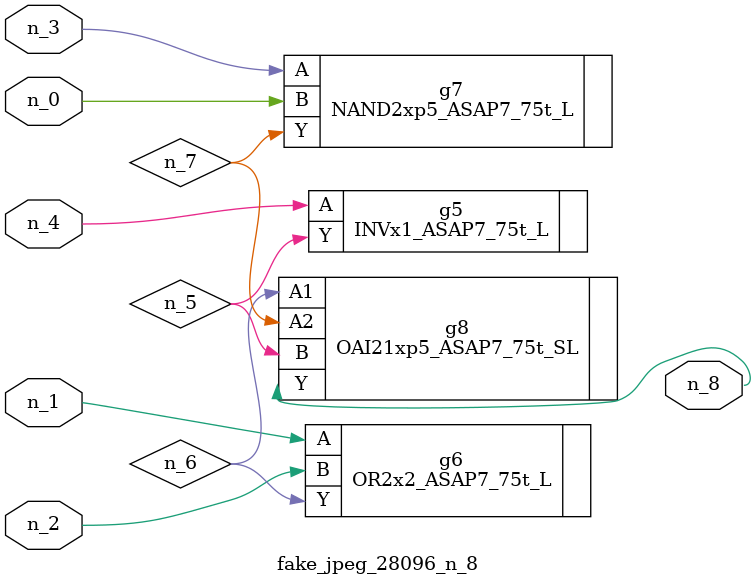
<source format=v>
module fake_jpeg_28096_n_8 (n_3, n_2, n_1, n_0, n_4, n_8);

input n_3;
input n_2;
input n_1;
input n_0;
input n_4;

output n_8;

wire n_6;
wire n_5;
wire n_7;

INVx1_ASAP7_75t_L g5 ( 
.A(n_4),
.Y(n_5)
);

OR2x2_ASAP7_75t_L g6 ( 
.A(n_1),
.B(n_2),
.Y(n_6)
);

NAND2xp5_ASAP7_75t_L g7 ( 
.A(n_3),
.B(n_0),
.Y(n_7)
);

OAI21xp5_ASAP7_75t_SL g8 ( 
.A1(n_6),
.A2(n_7),
.B(n_5),
.Y(n_8)
);


endmodule
</source>
